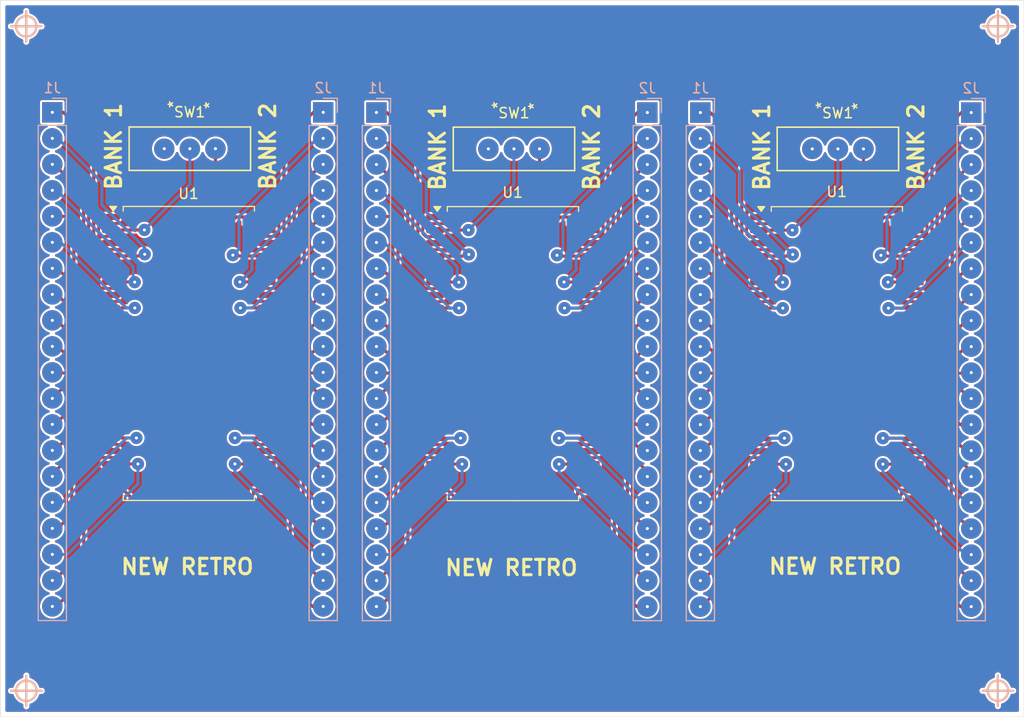
<source format=kicad_pcb>
(kicad_pcb (version 20241229) (generator "pcbnew") (generator_version "9.0")
  (layers (0 "F.Cu" signal) (2 "B.Cu" signal) (13 "F.Paste" user) (15 "B.Paste" user) (5 "F.SilkS" user "F.Silkscreen") (7 "B.SilkS" user "B.Silkscreen") (1 "F.Mask" user) (3 "B.Mask" user) (25 "Edge.Cuts" user))
  (net 0 "")
  (net 1 "DBUS1")
  (net 2 "ABUS0")
  (net 3 "DBUS0")
  (net 4 "ABUS3")
  (net 5 "DBUS11")
  (net 6 "GND")
  (net 7 "DBUS8")
  (net 8 "ABUS2")
  (net 9 "ABUS7")
  (net 10 "DBUS2")
  (net 11 "DBUS3")
  (net 12 "DBUS10")
  (net 13 "ABUS17")
  (net 14 "ABUS4")
  (net 15 "DBUS9")
  (net 16 "ABUS6")
  (net 17 "OCCMOE")
  (net 18 "ROMCE")
  (net 19 "ABUS1")
  (net 20 "ABUS5")
  (net 21 "DBUS13")
  (net 22 "ABUS12")
  (net 23 "+5V")
  (net 24 "DBUS5")
  (net 25 "DBUS15")
  (net 26 "ABUS10")
  (net 27 "DBUS7")
  (net 28 "DBUS6")
  (net 29 "ABUS15")
  (net 30 "ABUS13")
  (net 31 "ABUS16")
  (net 32 "ABUS9")
  (net 33 "DBUS12")
  (net 34 "ABUS14")
  (net 35 "ABUS11")
  (net 36 "BYTE")
  (net 37 "ABUS8")
  (net 38 "DBUS4")
  (net 40 "Net-(U1-A18)")
  (net 41 "DBUS14")
  (footprint "Package_SO:SOP-44_12.6x28.5mm_P1.27mm" (layer "F.Cu") (at 115.72 95.2)
    (property "Reference" "U1")
    (property "Value" "MX29F800T/B" (hide yes))
  )
  (footprint "Package_SO:SOP-44_12.6x28.5mm_P1.27mm" (layer "F.Cu") (at 147.38 95.215)
    (property "Reference" "U1")
    (property "Value" "MX29F800T/B" (hide yes))
  )
  (footprint "BIOS Adapter Footprints:SW_1218_EWI" (layer "F.Cu") (at 144.98 75.215 90)
    (property "Reference" "SW1")
    (property "Value" "EG1218")
  )
  (footprint "BIOS Adapter Footprints:SW_1218_EWI" (layer "F.Cu") (at 176.62 75.22 90)
    (property "Reference" "SW1")
    (property "Value" "EG1218")
  )
  (footprint "Package_SO:SOP-44_12.6x28.5mm_P1.27mm" (layer "F.Cu") (at 179.02 95.22)
    (property "Reference" "U1")
    (property "Value" "MX29F800T/B" (hide yes))
  )
  (footprint "BIOS Adapter Footprints:SW_1218_EWI" (layer "F.Cu") (at 113.32 75.2 90)
    (property "Reference" "SW1")
    (property "Value" "EG1218")
  )
  (footprint "Connector_PinHeader_2.54mm:PinHeader_1x20_P2.54mm_Vertical" (layer "B.Cu") (at 160.5064 71.6665 180)
    (property "Reference" "J2")
    (property "Value" "Conn_01x20")
  )
  (footprint "Connector_PinHeader_2.54mm:PinHeader_1x20_P2.54mm_Vertical" (layer "B.Cu") (at 128.8464 71.6515 180)
    (property "Reference" "J2")
    (property "Value" "Conn_01x20")
  )
  (footprint "Connector_PinHeader_2.54mm:PinHeader_1x20_P2.54mm_Vertical" (layer "B.Cu") (at 192.1464 71.6715 180)
    (property "Reference" "J2")
    (property "Value" "Conn_01x20")
  )
  (footprint "Connector_PinHeader_2.54mm:PinHeader_1x20_P2.54mm_Vertical" (layer "B.Cu") (at 165.6854 71.6698 180)
    (property "Reference" "J1")
    (property "Value" "Conn_01x20")
  )
  (footprint "Connector_PinHeader_2.54mm:PinHeader_1x20_P2.54mm_Vertical" (layer "B.Cu") (at 134.0454 71.6648 180)
    (property "Reference" "J1")
    (property "Value" "Conn_01x20")
  )
  (footprint "Connector_PinHeader_2.54mm:PinHeader_1x20_P2.54mm_Vertical" (layer "B.Cu") (at 102.3854 71.6498 180)
    (property "Reference" "J1")
    (property "Value" "Conn_01x20")
  )
  (gr_circle (center 99.84 63.25) (end 99.84 62.25) (stroke (width 0.2)) (fill no) (layers "F.Cu" "F.Mask"))
  (gr_line (start 98.35 128.16) (end 101.35 128.16) (stroke (width 0.2)) (layers "F.Cu" "F.Mask"))
  (gr_line (start 193.26 63.25) (end 196.26 63.25) (stroke (width 0.2)) (layers "F.Cu" "F.Mask"))
  (gr_line (start 194.76 61.75) (end 194.76 64.75) (stroke (width 0.2)) (layers "F.Cu" "F.Mask"))
  (gr_line (start 99.85 126.66) (end 99.85 129.66) (stroke (width 0.2)) (layers "F.Cu" "F.Mask"))
  (gr_line (start 98.34 63.25) (end 101.34 63.25) (stroke (width 0.2)) (layers "F.Cu" "F.Mask"))
  (gr_circle (center 194.75 128.15) (end 194.75 127.15) (stroke (width 0.2)) (fill no) (layers "F.Cu" "F.Mask"))
  (gr_line (start 193.25 128.15) (end 196.25 128.15) (stroke (width 0.2)) (layers "F.Cu" "F.Mask"))
  (gr_circle (center 99.85 128.16) (end 99.85 127.16) (stroke (width 0.2)) (fill no) (layers "F.Cu" "F.Mask"))
  (gr_line (start 194.75 126.65) (end 194.75 129.65) (stroke (width 0.2)) (layers "F.Cu" "F.Mask"))
  (gr_line (start 99.84 61.75) (end 99.84 64.75) (stroke (width 0.2)) (layers "F.Cu" "F.Mask"))
  (gr_circle (center 194.76 63.25) (end 194.76 62.25) (stroke (width 0.2)) (fill no) (layers "F.Cu" "F.Mask"))
  (gr_line (start 99.85 126.66) (end 99.85 129.66) (stroke (width 0.2)) (layers "B.Cu" "B.Mask"))
  (gr_line (start 98.35 128.16) (end 101.35 128.16) (stroke (width 0.2)) (layers "B.Cu" "B.Mask"))
  (gr_circle (center 99.84 63.25) (end 99.84 62.25) (stroke (width 0.2)) (fill no) (layers "B.Cu" "B.Mask"))
  (gr_line (start 193.25 128.15) (end 196.25 128.15) (stroke (width 0.2)) (layers "B.Cu" "B.Mask"))
  (gr_line (start 99.84 61.75) (end 99.84 64.75) (stroke (width 0.2)) (layers "B.Cu" "B.Mask"))
  (gr_circle (center 99.85 128.16) (end 99.85 127.16) (stroke (width 0.2)) (fill no) (layers "B.Cu" "B.Mask"))
  (gr_circle (center 194.76 63.25) (end 194.76 62.25) (stroke (width 0.2)) (fill no) (layers "B.Cu" "B.Mask"))
  (gr_line (start 194.76 61.75) (end 194.76 64.75) (stroke (width 0.2)) (layers "B.Cu" "B.Mask"))
  (gr_line (start 194.75 126.65) (end 194.75 129.65) (stroke (width 0.2)) (layers "B.Cu" "B.Mask"))
  (gr_line (start 193.26 63.25) (end 196.26 63.25) (stroke (width 0.2)) (layers "B.Cu" "B.Mask"))
  (gr_line (start 98.34 63.25) (end 101.34 63.25) (stroke (width 0.2)) (layers "B.Cu" "B.Mask"))
  (gr_circle (center 194.75 128.15) (end 194.75 127.15) (stroke (width 0.2)) (fill no) (layers "B.Cu" "B.Mask"))
  (gr_circle (center 194.76 63.25) (end 194.76 62.25) (stroke (width 0.2)) (fill no) (layer "F.SilkS"))
  (gr_line (start 99.85 126.66) (end 99.85 129.66) (stroke (width 0.2)) (layer "F.SilkS"))
  (gr_line (start 193.26 63.25) (end 196.26 63.25) (stroke (width 0.2)) (layer "F.SilkS"))
  (gr_line (start 98.35 128.16) (end 101.35 128.16) (stroke (width 0.2)) (layer "F.SilkS"))
  (gr_line (start 194.76 61.75) (end 194.76 64.75) (stroke (width 0.2)) (layer "F.SilkS"))
  (gr_circle (center 194.75 128.15) (end 194.75 127.15) (stroke (width 0.2)) (fill no) (layer "F.SilkS"))
  (gr_line (start 99.84 61.75) (end 99.84 64.75) (stroke (width 0.2)) (layer "F.SilkS"))
  (gr_circle (center 99.84 63.25) (end 99.84 62.25) (stroke (width 0.2)) (fill no) (layer "F.SilkS"))
  (gr_line (start 193.25 128.15) (end 196.25 128.15) (stroke (width 0.2)) (layer "F.SilkS"))
  (gr_line (start 194.75 126.65) (end 194.75 129.65) (stroke (width 0.2)) (layer "F.SilkS"))
  (gr_circle (center 99.85 128.16) (end 99.85 127.16) (stroke (width 0.2)) (fill no) (layer "F.SilkS"))
  (gr_line (start 98.34 63.25) (end 101.34 63.25) (stroke (width 0.2)) (layer "F.SilkS"))
  (gr_line (start 98.35 128.16) (end 101.35 128.16) (stroke (width 0.2)) (layer "B.SilkS"))
  (gr_line (start 98.34 63.25) (end 101.34 63.25) (stroke (width 0.2)) (layer "B.SilkS"))
  (gr_circle (center 99.84 63.25) (end 99.84 62.25) (stroke (width 0.2)) (fill no) (layer "B.SilkS"))
  (gr_line (start 99.84 61.75) (end 99.84 64.75) (stroke (width 0.2)) (layer "B.SilkS"))
  (gr_line (start 193.26 63.25) (end 196.26 63.25) (stroke (width 0.2)) (layer "B.SilkS"))
  (gr_line (start 193.25 128.15) (end 196.25 128.15) (stroke (width 0.2)) (layer "B.SilkS"))
  (gr_line (start 194.75 126.65) (end 194.75 129.65) (stroke (width 0.2)) (layer "B.SilkS"))
  (gr_line (start 194.76 61.75) (end 194.76 64.75) (stroke (width 0.2)) (layer "B.SilkS"))
  (gr_circle (center 194.75 128.15) (end 194.75 127.15) (stroke (width 0.2)) (fill no) (layer "B.SilkS"))
  (gr_line (start 99.85 126.66) (end 99.85 129.66) (stroke (width 0.2)) (layer "B.SilkS"))
  (gr_circle (center 99.85 128.16) (end 99.85 127.16) (stroke (width 0.2)) (fill no) (layer "B.SilkS"))
  (gr_circle (center 194.76 63.25) (end 194.76 62.25) (stroke (width 0.2)) (fill no) (layer "B.SilkS"))
  (gr_rect (start 97.3 60.7) (end 197.3 130.7) (stroke (width 0.05)) (fill no) (layer "Edge.Cuts"))
  (gr_text "BANK 2" (at 187.63 79.44 90) (layer "F.SilkS") (effects (font (size 1.5 1.5) (thickness 0.3) (bold yes)) (justify left bottom)))
  (gr_text "BANK 1" (at 109.25 79.39 90) (layer "F.SilkS") (effects (font (size 1.5 1.5) (thickness 0.3) (bold yes)) (justify left bottom)))
  (gr_text "BANK 2" (at 155.95 79.44 90) (layer "F.SilkS") (effects (font (size 1.5 1.5) (thickness 0.3) (bold yes)) (justify left bottom)))
  (gr_text "BANK 2" (at 124.31 79.38 90) (layer "F.SilkS") (effects (font (size 1.5 1.5) (thickness 0.3) (bold yes)) (justify left bottom)))
  (gr_text "NEW RETRO" (at 140.6 117.01 0) (layer "F.SilkS") (effects (font (size 1.5 1.5) (thickness 0.3) (bold yes)) (justify left bottom)))
  (gr_text "BANK 1" (at 172.57 79.45 90) (layer "F.SilkS") (effects (font (size 1.5 1.5) (thickness 0.3) (bold yes)) (justify left bottom)))
  (gr_text "NEW RETRO" (at 108.95 116.91 0) (layer "F.SilkS") (effects (font (size 1.5 1.5) (thickness 0.3) (bold yes)) (justify left bottom)))
  (gr_text "BANK 1" (at 140.89 79.45 90) (layer "F.SilkS") (effects (font (size 1.5 1.5) (thickness 0.3) (bold yes)) (justify left bottom)))
  (gr_text "NEW RETRO" (at 172.23 116.88 0) (layer "F.SilkS") (effects (font (size 1.5 1.5) (thickness 0.3) (bold yes)) (justify left bottom)))
  (segment (start 107.195 102.185) (end 102.4504 106.9296) (width 0.3) (layer "F.Cu") (net 1))
  (segment (start 102.4504 106.9296) (end 102.3854 106.9296) (width 0.3) (layer "F.Cu") (net 1))
  (segment (start 168.13 104.45) (end 168.13 105.28) (width 0.3) (layer "F.Cu") (net 1))
  (segment (start 138.79 102.2) (end 134.0454 106.9446) (width 0.3) (layer "F.Cu") (net 1))
  (segment (start 168.13 105.28) (end 166.1802 107.2298) (width 0.3) (layer "F.Cu") (net 1))
  (segment (start 166.1802 107.2298) (end 165.6854 107.2298) (width 0.3) (layer "F.Cu") (net 1))
  (segment (start 139.78 102.2) (end 138.79 102.2) (width 0.3) (layer "F.Cu") (net 1))
  (segment (start 171.42 102.205) (end 170.375 102.205) (width 0.3) (layer "F.Cu") (net 1))
  (segment (start 108.12 102.185) (end 107.195 102.185) (width 0.3) (layer "F.Cu") (net 1))
  (segment (start 170.375 102.205) (end 168.13 104.45) (width 0.3) (layer "F.Cu") (net 1))
  (segment (start 105.41 94.565) (end 102.8148 91.9698) (width 0.3) (layer "F.Cu") (net 2))
  (segment (start 137.07 94.58) (end 134.4748 91.9848) (width 0.3) (layer "F.Cu") (net 2))
  (segment (start 171.42 94.585) (end 168.71 94.585) (width 0.3) (layer "F.Cu") (net 2))
  (segment (start 108.12 94.565) (end 105.41 94.565) (width 0.3) (layer "F.Cu") (net 2))
  (segment (start 168.71 94.585) (end 166.1148 91.9898) (width 0.3) (layer "F.Cu") (net 2))
  (segment (start 139.78 94.58) (end 137.07 94.58) (width 0.3) (layer "F.Cu") (net 2))
  (segment (start 105.145 99.645) (end 102.6602 102.1298) (width 0.3) (layer "F.Cu") (net 3))
  (segment (start 139.78 99.66) (end 136.9 99.66) (width 0.3) (layer "F.Cu") (net 3))
  (segment (start 108.12 99.645) (end 105.145 99.645) (width 0.3) (layer "F.Cu") (net 3))
  (segment (start 136.9 99.66) (end 134.4152 102.1448) (width 0.3) (layer "F.Cu") (net 3))
  (segment (start 171.42 99.665) (end 168.355 99.665) (width 0.3) (layer "F.Cu") (net 3))
  (segment (start 168.355 99.665) (end 165.8702 102.1498) (width 0.3) (layer "F.Cu") (net 3))
  (segment (start 134.4152 102.1448) (end 134.0454 102.1448) (width 0.3) (layer "F.Cu") (net 3))
  (segment (start 165.8702 102.1498) (end 165.6854 102.1498) (width 0.3) (layer "F.Cu") (net 3))
  (segment (start 102.6602 102.1298) (end 102.3854 102.1298) (width 0.3) (layer "F.Cu") (net 3))
  (segment (start 108.12 90.755) (end 110.44 90.755) (width 0.3) (layer "F.Cu") (net 4))
  (segment (start 171.42 90.775) (end 173.74 90.775) (width 0.3) (layer "F.Cu") (net 4))
  (segment (start 139.78 90.77) (end 142.1 90.77) (width 0.3) (layer "F.Cu") (net 4))
  (via (at 173.74 90.775) (size 1.2) (drill 0.3) (layers "F.Cu" "B.Cu") (net 4))
  (via (at 142.1 90.77) (size 1.2) (drill 0.3) (layers "F.Cu" "B.Cu") (net 4))
  (via (at 110.44 90.755) (size 1.2) (drill 0.3) (layers "F.Cu" "B.Cu") (net 4))
  (segment (start 166.4598 84.3698) (end 166.1848 84.3698) (width 0.3) (layer "B.Cu") (net 4))
  (segment (start 109.615 90.755) (end 103.2098 84.3498) (width 0.3) (layer "B.Cu") (net 4))
  (segment (start 172.865 90.775) (end 166.4598 84.3698) (width 0.3) (layer "B.Cu") (net 4))
  (segment (start 142.1 90.77) (end 141.22 90.77) (width 0.3) (layer "B.Cu") (net 4))
  (segment (start 103.2098 84.3498) (end 102.8848 84.3498) (width 0.3) (layer "B.Cu") (net 4))
  (segment (start 110.44 90.755) (end 109.615 90.755) (width 0.3) (layer "B.Cu") (net 4))
  (segment (start 173.74 90.775) (end 172.865 90.775) (width 0.3) (layer "B.Cu") (net 4))
  (segment (start 141.22 90.77) (end 134.8148 84.3648) (width 0.3) (layer "B.Cu") (net 4))
  (segment (start 134.8148 84.3648) (end 134.5448 84.3648) (width 0.3) (layer "B.Cu") (net 4))
  (segment (start 173.29 109.205) (end 173.29 112.44) (width 0.3) (layer "F.Cu") (net 5))
  (segment (start 139.78 108.55) (end 141 108.55) (width 0.3) (layer "F.Cu") (net 5))
  (segment (start 108.12 108.535) (end 109.34 108.535) (width 0.3) (layer "F.Cu") (net 5))
  (segment (start 141 108.55) (end 141.65 109.2) (width 0.3) (layer "F.Cu") (net 5))
  (segment (start 141.65 109.2) (end 141.65 112.65) (width 0.3) (layer "F.Cu") (net 5))
  (segment (start 109.99 112.69) (end 102.7702 119.9098) (width 0.3) (layer "F.Cu") (net 5))
  (segment (start 109.34 108.535) (end 109.99 109.185) (width 0.3) (layer "F.Cu") (net 5))
  (segment (start 165.8002 119.9298) (end 165.6854 119.9298) (width 0.3) (layer "F.Cu") (net 5))
  (segment (start 173.29 112.44) (end 165.8002 119.9298) (width 0.3) (layer "F.Cu") (net 5))
  (segment (start 171.42 108.555) (end 172.64 108.555) (width 0.3) (layer "F.Cu") (net 5))
  (segment (start 172.64 108.555) (end 173.29 109.205) (width 0.3) (layer "F.Cu") (net 5))
  (segment (start 109.99 109.185) (end 109.99 112.69) (width 0.3) (layer "F.Cu") (net 5))
  (segment (start 134.3752 119.9248) (end 134.0454 119.9248) (width 0.3) (layer "F.Cu") (net 5))
  (segment (start 102.7702 119.9098) (end 102.3854 119.9098) (width 0.3) (layer "F.Cu") (net 5))
  (segment (start 141.65 112.65) (end 134.3752 119.9248) (width 0.3) (layer "F.Cu") (net 5))
  (segment (start 154.98 97.12) (end 160.4529 97.12) (width 0.3) (layer "F.Cu") (net 6))
  (segment (start 171.42 97.125) (end 165.7406 97.125) (width 0.3) (layer "F.Cu") (net 6))
  (segment (start 123.32 97.105) (end 128.7929 97.105) (width 0.3) (layer "F.Cu") (net 6))
  (segment (start 139.78 97.12) (end 134.1006 97.12) (width 0.3) (layer "F.Cu") (net 6))
  (segment (start 108.12 97.105) (end 102.4406 97.105) (width 0.3) (layer "F.Cu") (net 6))
  (segment (start 186.62 97.125) (end 192.0929 97.125) (width 0.3) (layer "F.Cu") (net 6))
  (segment (start 134.2452 104.6848) (end 134.0454 104.6848) (width 0.3) (layer "F.Cu") (net 7))
  (segment (start 171.42 100.935) (end 169.685 100.935) (width 0.3) (layer "F.Cu") (net 7))
  (segment (start 139.78 100.93) (end 138 100.93) (width 0.3) (layer "F.Cu") (net 7))
  (segment (start 138 100.93) (end 134.2452 104.6848) (width 0.3) (layer "F.Cu") (net 7))
  (segment (start 108.12 100.915) (end 106.385 100.915) (width 0.3) (layer "F.Cu") (net 7))
  (segment (start 102.6302 104.6698) (end 102.3854 104.6698) (width 0.3) (layer "F.Cu") (net 7))
  (segment (start 169.685 100.935) (end 165.9302 104.6898) (width 0.3) (layer "F.Cu") (net 7))
  (segment (start 165.9302 104.6898) (end 165.6854 104.6898) (width 0.3) (layer "F.Cu") (net 7))
  (segment (start 106.385 100.915) (end 102.6302 104.6698) (width 0.3) (layer "F.Cu") (net 7))
  (segment (start 136.39 88.76) (end 136.39 89.67) (width 0.3) (layer "F.Cu") (net 8))
  (segment (start 104.73 89.655) (end 107.1 92.025) (width 0.3) (layer "F.Cu") (net 8))
  (segment (start 166.1748 86.9098) (end 168.03 88.765) (width 0.3) (layer "F.Cu") (net 8))
  (segment (start 134.5348 86.9048) (end 136.39 88.76) (width 0.3) (layer "F.Cu") (net 8))
  (segment (start 107.1 92.025) (end 108.12 92.025) (width 0.3) (layer "F.Cu") (net 8))
  (segment (start 104.73 88.745) (end 104.73 89.655) (width 0.3) (layer "F.Cu") (net 8))
  (segment (start 138.76 92.04) (end 139.78 92.04) (width 0.3) (layer "F.Cu") (net 8))
  (segment (start 170.4 92.045) (end 171.42 92.045) (width 0.3) (layer "F.Cu") (net 8))
  (segment (start 102.8748 86.8898) (end 104.73 88.745) (width 0.3) (layer "F.Cu") (net 8))
  (segment (start 168.03 88.765) (end 168.03 89.675) (width 0.3) (layer "F.Cu") (net 8))
  (segment (start 168.03 89.675) (end 170.4 92.045) (width 0.3) (layer "F.Cu") (net 8))
  (segment (start 136.39 89.67) (end 138.76 92.04) (width 0.3) (layer "F.Cu") (net 8))
  (segment (start 142.91 85.69) (end 143.07 85.53) (width 0.3) (layer "F.Cu") (net 9))
  (segment (start 171.42 85.695) (end 174.55 85.695) (width 0.3) (layer "F.Cu") (net 9))
  (segment (start 111.25 85.675) (end 111.41 85.515) (width 0.3) (layer "F.Cu") (net 9))
  (segment (start 108.12 85.675) (end 111.25 85.675) (width 0.3) (layer "F.Cu") (net 9))
  (segment (start 139.78 85.69) (end 142.91 85.69) (width 0.3) (layer "F.Cu") (net 9))
  (segment (start 174.55 85.695) (end 174.71 85.535) (width 0.3) (layer "F.Cu") (net 9))
  (via (at 111.41 85.515) (size 1.2) (drill 0.3) (layers "F.Cu" "B.Cu") (net 9))
  (via (at 143.07 85.53) (size 1.2) (drill 0.3) (layers "F.Cu" "B.Cu") (net 9))
  (via (at 174.71 85.535) (size 1.2) (drill 0.3) (layers "F.Cu" "B.Cu") (net 9))
  (segment (start 107.22 80.69) (end 107.22 78.475) (width 0.3) (layer "B.Cu") (net 9))
  (segment (start 174.71 85.535) (end 169.53 80.355) (width 0.3) (layer "B.Cu") (net 9))
  (segment (start 111.41 85.515) (end 111.41 84.88) (width 0.3) (layer "B.Cu") (net 9))
  (segment (start 107.22 78.475) (end 102.9348 74.1898) (width 0.3) (layer "B.Cu") (net 9))
  (segment (start 138.92 78.53) (end 134.5948 74.2048) (width 0.3) (layer "B.Cu") (net 9))
  (segment (start 169.53 77.505) (end 166.2348 74.2098) (width 0.3) (layer "B.Cu") (net 9))
  (segment (start 138.92 81.38) (end 138.92 78.53) (width 0.3) (layer "B.Cu") (net 9))
  (segment (start 169.53 80.355) (end 169.53 77.505) (width 0.3) (layer "B.Cu") (net 9))
  (segment (start 143.07 85.53) (end 138.92 81.38) (width 0.3) (layer "B.Cu") (net 9))
  (segment (start 111.41 84.88) (end 107.22 80.69) (width 0.3) (layer "B.Cu") (net 9))
  (segment (start 170.36 104.745) (end 167.58 107.525) (width 0.3) (layer "F.Cu") (net 10))
  (segment (start 139.78 104.74) (end 138.72 104.74) (width 0.3) (layer "F.Cu") (net 10))
  (segment (start 167.58 110.935) (end 166.2052 112.3098) (width 0.3) (layer "F.Cu") (net 10))
  (segment (start 167.58 107.525) (end 167.58 110.935) (width 0.3) (layer "F.Cu") (net 10))
  (segment (start 107.06 104.725) (end 104.28 107.505) (width 0.3) (layer "F.Cu") (net 10))
  (segment (start 104.28 110.915) (end 102.9052 112.2898) (width 0.3) (layer "F.Cu") (net 10))
  (segment (start 104.28 107.505) (end 104.28 110.915) (width 0.3) (layer "F.Cu") (net 10))
  (segment (start 135.94 107.52) (end 135.94 110.93) (width 0.3) (layer "F.Cu") (net 10))
  (segment (start 171.42 104.745) (end 170.36 104.745) (width 0.3) (layer "F.Cu") (net 10))
  (segment (start 138.72 104.74) (end 135.94 107.52) (width 0.3) (layer "F.Cu") (net 10))
  (segment (start 135.94 110.93) (end 134.5652 112.3048) (width 0.3) (layer "F.Cu") (net 10))
  (segment (start 108.12 104.725) (end 107.06 104.725) (width 0.3) (layer "F.Cu") (net 10))
  (segment (start 134.1752 117.3848) (end 134.0454 117.3848) (width 0.3) (layer "F.Cu") (net 11))
  (segment (start 139.78 107.28) (end 138.63 107.28) (width 0.3) (layer "F.Cu") (net 11))
  (segment (start 105.46 108.775) (end 105.46 114.47) (width 0.3) (layer "F.Cu") (net 11))
  (segment (start 108.12 107.265) (end 106.97 107.265) (width 0.3) (layer "F.Cu") (net 11))
  (segment (start 137.12 108.79) (end 137.12 114.44) (width 0.3) (layer "F.Cu") (net 11))
  (segment (start 106.97 107.265) (end 105.46 108.775) (width 0.3) (layer "F.Cu") (net 11))
  (segment (start 171.42 107.285) (end 170.27 107.285) (width 0.3) (layer "F.Cu") (net 11))
  (segment (start 170.27 107.285) (end 168.76 108.795) (width 0.3) (layer "F.Cu") (net 11))
  (segment (start 165.8902 117.3898) (end 165.6854 117.3898) (width 0.3) (layer "F.Cu") (net 11))
  (segment (start 137.12 114.44) (end 134.1752 117.3848) (width 0.3) (layer "F.Cu") (net 11))
  (segment (start 168.76 108.795) (end 168.76 114.52) (width 0.3) (layer "F.Cu") (net 11))
  (segment (start 105.46 114.47) (end 102.5602 117.3698) (width 0.3) (layer "F.Cu") (net 11))
  (segment (start 138.63 107.28) (end 137.12 108.79) (width 0.3) (layer "F.Cu") (net 11))
  (segment (start 168.76 114.52) (end 165.8902 117.3898) (width 0.3) (layer "F.Cu") (net 11))
  (segment (start 139.78 106.01) (end 142.41 106.01) (width 0.3) (layer "F.Cu") (net 12))
  (segment (start 108.12 105.995) (end 110.75 105.995) (width 0.3) (layer "F.Cu") (net 12))
  (segment (start 171.42 106.015) (end 174.05 106.015) (width 0.3) (layer "F.Cu") (net 12))
  (via (at 174.05 106.015) (size 1.2) (drill 0.3) (layers "F.Cu" "B.Cu") (net 12))
  (via (at 142.41 106.01) (size 1.2) (drill 0.3) (layers "F.Cu" "B.Cu") (net 12))
  (via (at 110.75 105.995) (size 1.2) (drill 0.3) (layers "F.Cu" "B.Cu") (net 12))
  (segment (start 174.05 106.015) (end 174.05 107.8) (width 0.3) (layer "B.Cu") (net 12))
  (segment (start 142.41 106.01) (end 142.41 107.77) (width 0.3) (layer "B.Cu") (net 12))
  (segment (start 110.75 105.995) (end 110.75 107.94) (width 0.3) (layer "B.Cu") (net 12))
  (segment (start 142.41 107.77) (end 135.3352 114.8448) (width 0.3) (layer "B.Cu") (net 12))
  (segment (start 135.3352 114.8448) (end 134.3652 114.8448) (width 0.3) (layer "B.Cu") (net 12))
  (segment (start 110.75 107.94) (end 103.8602 114.8298) (width 0.3) (layer "B.Cu") (net 12))
  (segment (start 167.0002 114.8498) (end 166.0052 114.8498) (width 0.3) (layer "B.Cu") (net 12))
  (segment (start 103.8602 114.8298) (end 102.7052 114.8298) (width 0.3) (layer "B.Cu") (net 12))
  (segment (start 174.05 107.8) (end 167.0002 114.8498) (width 0.3) (layer "B.Cu") (net 12))
  (segment (start 106.955 84.405) (end 106.43 83.88) (width 0.3) (layer "F.Cu") (net 13))
  (segment (start 169.73 74.75) (end 166.6498 71.6698) (width 0.3) (layer "F.Cu") (net 13))
  (segment (start 103.4498 71.6498) (end 102.3854 71.6498) (width 0.3) (layer "F.Cu") (net 13))
  (segment (start 138.09 83.7) (end 138.09 74.704286) (width 0.3) (layer "F.Cu") (net 13))
  (segment (start 171.42 84.425) (end 170.405 84.425) (width 0.3) (layer "F.Cu") (net 13))
  (segment (start 106.43 83.88) (end 106.43 74.63) (width 0.3) (layer "F.Cu") (net 13))
  (segment (start 138.81 84.42) (end 138.09 83.7) (width 0.3) (layer "F.Cu") (net 13))
  (segment (start 138.09 74.704286) (end 135.050514 71.6648) (width 0.3) (layer "F.Cu") (net 13))
  (segment (start 108.12 84.405) (end 106.955 84.405) (width 0.3) (layer "F.Cu") (net 13))
  (segment (start 135.050514 71.6648) (end 134.0454 71.6648) (width 0.3) (layer "F.Cu") (net 13))
  (segment (start 166.6498 71.6698) (end 165.6854 71.6698) (width 0.3) (layer "F.Cu") (net 13))
  (segment (start 170.405 84.425) (end 169.73 83.75) (width 0.3) (layer "F.Cu") (net 13))
  (segment (start 106.43 74.63) (end 103.4498 71.6498) (width 0.3) (layer "F.Cu") (net 13))
  (segment (start 169.73 83.75) (end 169.73 74.75) (width 0.3) (layer "F.Cu") (net 13))
  (segment (start 139.78 84.42) (end 138.81 84.42) (width 0.3) (layer "F.Cu") (net 13))
  (segment (start 171.42 89.505) (end 170.44 89.505) (width 0.3) (layer "F.Cu") (net 14))
  (segment (start 136.15 86.85) (end 136.15 82.53) (width 0.3) (layer "F.Cu") (net 14))
  (segment (start 104.49 82.515) (end 103.7848 81.8098) (width 0.3) (layer "F.Cu") (net 14))
  (segment (start 136.15 82.53) (end 135.4448 81.8248) (width 0.3) (layer "F.Cu") (net 14))
  (segment (start 167.79 86.855) (end 167.79 82.535) (width 0.3) (layer "F.Cu") (net 14))
  (segment (start 167.79 82.535) (end 167.0848 81.8298) (width 0.3) (layer "F.Cu") (net 14))
  (segment (start 107.14 89.485) (end 104.49 86.835) (width 0.3) (layer "F.Cu") (net 14))
  (segment (start 167.0848 81.8298) (end 165.6854 81.8298) (width 0.3) (layer "F.Cu") (net 14))
  (segment (start 104.49 86.835) (end 104.49 82.515) (width 0.3) (layer "F.Cu") (net 14))
  (segment (start 138.8 89.5) (end 136.15 86.85) (width 0.3) (layer "F.Cu") (net 14))
  (segment (start 170.44 89.505) (end 167.79 86.855) (width 0.3) (layer "F.Cu") (net 14))
  (segment (start 139.78 89.5) (end 138.8 89.5) (width 0.3) (layer "F.Cu") (net 14))
  (segment (start 103.7848 81.8098) (end 102.3854 81.8098) (width 0.3) (layer "F.Cu") (net 14))
  (segment (start 135.4448 81.8248) (end 134.0454 81.8248) (width 0.3) (layer "F.Cu") (net 14))
  (segment (start 108.12 89.485) (end 107.14 89.485) (width 0.3) (layer "F.Cu") (net 14))
  (segment (start 171.42 103.475) (end 173.9 103.475) (width 0.3) (layer "F.Cu") (net 15))
  (segment (start 139.78 103.47) (end 142.26 103.47) (width 0.3) (layer "F.Cu") (net 15))
  (segment (start 108.12 103.455) (end 110.6 103.455) (width 0.3) (layer "F.Cu") (net 15))
  (via (at 110.6 103.455) (size 1.2) (drill 0.3) (layers "F.Cu" "B.Cu") (net 15))
  (via (at 142.26 103.47) (size 1.2) (drill 0.3) (layers "F.Cu" "B.Cu") (net 15))
  (via (at 173.9 103.475) (size 1.2) (drill 0.3) (layers "F.Cu" "B.Cu") (net 15))
  (segment (start 109.645 103.455) (end 103.3502 109.7498) (width 0.3) (layer "B.Cu") (net 15))
  (segment (start 142.26 103.47) (end 141.01 103.47) (width 0.3) (layer "B.Cu") (net 15))
  (segment (start 172.65 103.475) (end 166.3552 109.7698) (width 0.3) (layer "B.Cu") (net 15))
  (segment (start 110.6 103.455) (end 109.645 103.455) (width 0.3) (layer "B.Cu") (net 15))
  (segment (start 141.01 103.47) (end 134.7152 109.7648) (width 0.3) (layer "B.Cu") (net 15))
  (segment (start 103.3502 109.7498) (end 103.0552 109.7498) (width 0.3) (layer "B.Cu") (net 15))
  (segment (start 173.9 103.475) (end 172.65 103.475) (width 0.3) (layer "B.Cu") (net 15))
  (segment (start 171.42 86.965) (end 170.3 86.965) (width 0.3) (layer "F.Cu") (net 16))
  (segment (start 168.74 85.405) (end 168.74 79.566869) (width 0.3) (layer "F.Cu") (net 16))
  (segment (start 138.66 86.96) (end 137.1 85.4) (width 0.3) (layer "F.Cu") (net 16))
  (segment (start 105.44 79.61) (end 102.5598 76.7298) (width 0.3) (layer "F.Cu") (net 16))
  (segment (start 108.12 86.945) (end 107 86.945) (width 0.3) (layer "F.Cu") (net 16))
  (segment (start 137.1 85.4) (end 137.1 79.69) (width 0.3) (layer "F.Cu") (net 16))
  (segment (start 137.1 79.69) (end 134.1548 76.7448) (width 0.3) (layer "F.Cu") (net 16))
  (segment (start 107 86.945) (end 105.44 85.385) (width 0.3) (layer "F.Cu") (net 16))
  (segment (start 105.44 85.385) (end 105.44 79.61) (width 0.3) (layer "F.Cu") (net 16))
  (segment (start 139.78 86.96) (end 138.66 86.96) (width 0.3) (layer "F.Cu") (net 16))
  (segment (start 170.3 86.965) (end 168.74 85.405) (width 0.3) (layer "F.Cu") (net 16))
  (segment (start 168.74 79.566869) (end 165.922931 76.7498) (width 0.3) (layer "F.Cu") (net 16))
  (segment (start 166.9002 98.395) (end 165.6854 99.6098) (width 0.3) (layer "F.Cu") (net 17))
  (segment (start 139.78 98.39) (end 135.2602 98.39) (width 0.3) (layer "F.Cu") (net 17))
  (segment (start 103.6002 98.375) (end 102.3854 99.5898) (width 0.3) (layer "F.Cu") (net 17))
  (segment (start 135.2602 98.39) (end 134.0454 99.6048) (width 0.3) (layer "F.Cu") (net 17))
  (segment (start 108.12 98.375) (end 103.6002 98.375) (width 0.3) (layer "F.Cu") (net 17))
  (segment (start 171.42 98.395) (end 166.9002 98.395) (width 0.3) (layer "F.Cu") (net 17))
  (segment (start 135.81 95.85) (end 134.4848 94.5248) (width 0.3) (layer "F.Cu") (net 18))
  (segment (start 134.4848 94.5248) (end 134.0454 94.5248) (width 0.3) (layer "F.Cu") (net 18))
  (segment (start 167.745 95.855) (end 166.4198 94.5298) (width 0.3) (layer "F.Cu") (net 18))
  (segment (start 102.9098 94.5098) (end 102.3854 94.5098) (width 0.3) (layer "F.Cu") (net 18))
  (segment (start 104.235 95.835) (end 102.9098 94.5098) (width 0.3) (layer "F.Cu") (net 18))
  (segment (start 171.42 95.855) (end 167.745 95.855) (width 0.3) (layer "F.Cu") (net 18))
  (segment (start 108.12 95.835) (end 104.235 95.835) (width 0.3) (layer "F.Cu") (net 18))
  (segment (start 166.4198 94.5298) (end 165.6854 94.5298) (width 0.3) (layer "F.Cu") (net 18))
  (segment (start 139.78 95.85) (end 135.81 95.85) (width 0.3) (layer "F.Cu") (net 18))
  (segment (start 108.12 93.295) (end 106.69 93.295) (width 0.3) (layer "F.Cu") (net 19))
  (segment (start 169.99 93.315) (end 166.1248 89.4498) (width 0.3) (layer "F.Cu") (net 19))
  (segment (start 106.69 93.295) (end 102.8248 89.4298) (width 0.3) (layer "F.Cu") (net 19))
  (segment (start 138.35 93.31) (end 134.4848 89.4448) (width 0.3) (layer "F.Cu") (net 19))
  (segment (start 139.78 93.31) (end 138.35 93.31) (width 0.3) (layer "F.Cu") (net 19))
  (segment (start 171.42 93.315) (end 169.99 93.315) (width 0.3) (layer "F.Cu") (net 19))
  (segment (start 110.41 88.215) (end 110.43 88.235) (width 0.3) (layer "F.Cu") (net 20))
  (segment (start 171.42 88.235) (end 173.71 88.235) (width 0.3) (layer "F.Cu") (net 20))
  (segment (start 139.78 88.23) (end 142.07 88.23) (width 0.3) (layer "F.Cu") (net 20))
  (segment (start 142.07 88.23) (end 142.09 88.25) (width 0.3) (layer "F.Cu") (net 20))
  (segment (start 173.71 88.235) (end 173.73 88.255) (width 0.3) (layer "F.Cu") (net 20))
  (segment (start 108.12 88.215) (end 110.41 88.215) (width 0.3) (layer "F.Cu") (net 20))
  (via (at 173.73 88.255) (size 1.2) (drill 0.3) (layers "F.Cu" "B.Cu") (net 20))
  (via (at 142.09 88.25) (size 1.2) (drill 0.3) (layers "F.Cu" "B.Cu") (net 20))
  (via (at 110.43 88.235) (size 1.2) (drill 0.3) (layers "F.Cu" "B.Cu") (net 20))
  (segment (start 110.28 88.085) (end 110.28 86.725) (width 0.3) (layer "B.Cu") (net 20))
  (segment (start 142.09 88.25) (end 141.94 88.1) (width 0.3) (layer "B.Cu") (net 20))
  (segment (start 141.94 86.74) (end 134.4848 79.2848) (width 0.3) (layer "B.Cu") (net 20))
  (segment (start 141.94 88.1) (end 141.94 86.74) (width 0.3) (layer "B.Cu") (net 20))
  (segment (start 173.58 88.105) (end 173.58 86.745) (width 0.3) (layer "B.Cu") (net 20))
  (segment (start 173.58 86.745) (end 166.1248 79.2898) (width 0.3) (layer "B.Cu") (net 20))
  (segment (start 110.43 88.235) (end 110.28 88.085) (width 0.3) (layer "B.Cu") (net 20))
  (segment (start 173.73 88.255) (end 173.58 88.105) (width 0.3) (layer "B.Cu") (net 20))
  (segment (start 110.28 86.725) (end 102.8248 79.2698) (width 0.3) (layer "B.Cu") (net 20))
  (segment (start 123.32 103.455) (end 120.22 103.455) (width 0.3) (layer "F.Cu") (net 21))
  (segment (start 154.98 103.47) (end 151.88 103.47) (width 0.3) (layer "F.Cu") (net 21))
  (segment (start 186.62 103.475) (end 183.52 103.475) (width 0.3) (layer "F.Cu") (net 21))
  (via (at 120.22 103.455) (size 1.2) (drill 0.3) (layers "F.Cu" "B.Cu") (net 21))
  (via (at 183.52 103.475) (size 1.2) (drill 0.3) (layers "F.Cu" "B.Cu") (net 21))
  (via (at 151.88 103.47) (size 1.2) (drill 0.3) (layers "F.Cu" "B.Cu") (net 21))
  (segment (start 128.2415 109.7515) (end 128.4065 109.7515) (width 0.3) (layer "B.Cu") (net 21))
  (segment (start 120.22 103.455) (end 121.945 103.455) (width 0.3) (layer "B.Cu") (net 21))
  (segment (start 151.88 103.47) (end 153.77 103.47) (width 0.3) (layer "B.Cu") (net 21))
  (segment (start 121.945 103.455) (end 128.2415 109.7515) (width 0.3) (layer "B.Cu") (net 21))
  (segment (start 185.41 103.475) (end 191.7065 109.7715) (width 0.3) (layer "B.Cu") (net 21))
  (segment (start 153.77 103.47) (end 160.0665 109.7665) (width 0.3) (layer "B.Cu") (net 21))
  (segment (start 183.52 103.475) (end 185.41 103.475) (width 0.3) (layer "B.Cu") (net 21))
  (segment (start 190.29 83.6) (end 192.0585 81.8315) (width 0.3) (layer "F.Cu") (net 22))
  (segment (start 154.98 89.5) (end 156.1 89.5) (width 0.3) (layer "F.Cu") (net 22))
  (segment (start 192.0585 81.8315) (end 192.1464 81.8315) (width 0.3) (layer "F.Cu") (net 22))
  (segment (start 126.99 86.935) (end 126.99 83.5) (width 0.3) (layer "F.Cu") (net 22))
  (segment (start 128.6785 81.8115) (end 128.8464 81.8115) (width 0.3) (layer "F.Cu") (net 22))
  (segment (start 190.29 86.955) (end 190.29 83.6) (width 0.3) (layer "F.Cu") (net 22))
  (segment (start 158.65 83.59) (end 160.4135 81.8265) (width 0.3) (layer "F.Cu") (net 22))
  (segment (start 186.62 89.505) (end 187.74 89.505) (width 0.3) (layer "F.Cu") (net 22))
  (segment (start 158.65 86.95) (end 158.65 83.59) (width 0.3) (layer "F.Cu") (net 22))
  (segment (start 187.74 89.505) (end 190.29 86.955) (width 0.3) (layer "F.Cu") (net 22))
  (segment (start 123.32 89.485) (end 124.44 89.485) (width 0.3) (layer "F.Cu") (net 22))
  (segment (start 160.4135 81.8265) (end 160.5064 81.8265) (width 0.3) (layer "F.Cu") (net 22))
  (segment (start 124.44 89.485) (end 126.99 86.935) (width 0.3) (layer "F.Cu") (net 22))
  (segment (start 156.1 89.5) (end 158.65 86.95) (width 0.3) (layer "F.Cu") (net 22))
  (segment (start 126.99 83.5) (end 128.6785 81.8115) (width 0.3) (layer "F.Cu") (net 22))
  (segment (start 192.1464 119.9315) (end 191.1065 119.9315) (width 0.3) (layer "F.Cu") (net 23))
  (segment (start 181.62 81.135) (end 182.37 81.885) (width 0.3) (layer "F.Cu") (net 23))
  (segment (start 122.03 110.325) (end 118.5 106.795) (width 0.3) (layer "F.Cu") (net 23))
  (segment (start 150.16 106.81) (end 150.16 83.74) (width 0.3) (layer "F.Cu") (net 23))
  (segment (start 184.51 81.885) (end 184.51 82.565) (width 0.3) (layer "F.Cu") (net 23))
  (segment (start 153.69 110.34) (end 150.16 106.81) (width 0.3) (layer "F.Cu") (net 23))
  (segment (start 119.07 81.865) (end 120.36 81.865) (width 0.3) (layer "F.Cu") (net 23))
  (segment (start 149.98 81.13) (end 150.73 81.88) (width 0.3) (layer "F.Cu") (net 23))
  (segment (start 118.32 75.2) (end 118.32 81.115) (width 0.3) (layer "F.Cu") (net 23))
  (segment (start 152.87 81.88) (end 154.98 81.88) (width 0.3) (layer "F.Cu") (net 23))
  (segment (start 150.16 83.74) (end 152.02 81.88) (width 0.3) (layer "F.Cu") (net 23))
  (segment (start 185.33 114.155) (end 185.33 110.345) (width 0.3) (layer "F.Cu") (net 23))
  (segment (start 159.4665 119.9265) (end 153.69 114.15) (width 0.3) (layer "F.Cu") (net 23))
  (segment (start 123.32 108.535) (end 122.03 108.535) (width 0.3) (layer "F.Cu") (net 23))
  (segment (start 185.1 83.155) (end 186.62 83.155) (width 0.3) (layer "F.Cu") (net 23))
  (segment (start 191.1065 119.9315) (end 185.33 114.155) (width 0.3) (layer "F.Cu") (net 23))
  (segment (start 184.51 82.565) (end 185.1 83.155) (width 0.3) (layer "F.Cu") (net 23))
  (segment (start 149.98 75.215) (end 149.98 81.13) (width 0.3) (layer "F.Cu") (net 23))
  (segment (start 121.8 83.135) (end 123.32 83.135) (width 0.3) (layer "F.Cu") (net 23))
  (segment (start 185.33 110.345) (end 185.33 108.555) (width 0.3) (layer "F.Cu") (net 23))
  (segment (start 152.87 81.88) (end 152.87 82.56) (width 0.3) (layer "F.Cu") (net 23))
  (segment (start 121.21 82.545) (end 121.8 83.135) (width 0.3) (layer "F.Cu") (net 23))
  (segment (start 153.69 110.34) (end 153.69 108.55) (width 0.3) (layer "F.Cu") (net 23))
  (segment (start 184.51 81.885) (end 186.62 81.885) (width 0.3) (layer "F.Cu") (net 23))
  (segment (start 153.69 114.15) (end 153.69 110.34) (width 0.3) (layer "F.Cu") (net 23))
  (segment (start 122.03 114.135) (end 122.03 110.325) (width 0.3) (layer "F.Cu") (net 23))
  (segment (start 121.21 81.865) (end 121.21 82.545) (width 0.3) (layer "F.Cu") (net 23))
  (segment (start 154.98 108.55) (end 153.69 108.55) (width 0.3) (layer "F.Cu") (net 23))
  (segment (start 152.02 81.88) (end 152.87 81.88) (width 0.3) (layer "F.Cu") (net 23))
  (segment (start 181.8 106.815) (end 181.8 83.745) (width 0.3) (layer "F.Cu") (net 23))
  (segment (start 181.62 75.22) (end 181.62 81.135) (width 0.3) (layer "F.Cu") (net 23))
  (segment (start 120.36 81.865) (end 121.21 81.865) (width 0.3) (layer "F.Cu") (net 23))
  (segment (start 127.8065 119.9115) (end 122.03 114.135) (width 0.3) (layer "F.Cu") (net 23))
  (segment (start 128.8464 119.9115) (end 127.8065 119.9115) (width 0.3) (layer "F.Cu") (net 23))
  (segment (start 118.5 83.725) (end 120.36 81.865) (width 0.3) (layer "F.Cu") (net 23))
  (segment (start 121.21 81.865) (end 123.32 81.865) (width 0.3) (layer "F.Cu") (net 23))
  (segment (start 182.37 81.885) (end 183.66 81.885) (width 0.3) (layer "F.Cu") (net 23))
  (segment (start 153.46 83.15) (end 154.98 83.15) (width 0.3) (layer "F.Cu") (net 23))
  (segment (start 150.73 81.88) (end 152.02 81.88) (width 0.3) (layer "F.Cu") (net 23))
  (segment (start 118.5 106.795) (end 118.5 83.725) (width 0.3) (layer "F.Cu") (net 23))
  (segment (start 152.87 82.56) (end 153.46 83.15) (width 0.3) (layer "F.Cu") (net 23))
  (segment (start 181.8 83.745) (end 183.66 81.885) (width 0.3) (layer "F.Cu") (net 23))
  (segment (start 118.32 81.115) (end 119.07 81.865) (width 0.3) (layer "F.Cu") (net 23))
  (segment (start 122.03 110.325) (end 122.03 108.535) (width 0.3) (layer "F.Cu") (net 23))
  (segment (start 183.66 81.885) (end 184.51 81.885) (width 0.3) (layer "F.Cu") (net 23))
  (segment (start 185.33 110.345) (end 181.8 106.815) (width 0.3) (layer "F.Cu") (net 23))
  (segment (start 186.62 108.555) (end 185.33 108.555) (width 0.3) (layer "F.Cu") (net 23))
  (segment (start 160.5064 119.9265) (end 159.4665 119.9265) (width 0.3) (layer "F.Cu") (net 23))
  (segment (start 154.98 104.74) (end 156.13 104.74) (width 0.3) (layer "F.Cu") (net 24))
  (segment (start 126.9 110.5) (end 128.6915 112.2915) (width 0.3) (layer "F.Cu") (net 24))
  (segment (start 123.32 104.725) (end 124.47 104.725) (width 0.3) (layer "F.Cu") (net 24))
  (segment (start 156.13 104.74) (end 158.56 107.17) (width 0.3) (layer "F.Cu") (net 24))
  (segment (start 190.2 107.175) (end 190.2 110.5) (width 0.3) (layer "F.Cu") (net 24))
  (segment (start 158.56 110.42) (end 160.4465 112.3065) (width 0.3) (layer "F.Cu") (net 24))
  (segment (start 187.77 104.745) (end 190.2 107.175) (width 0.3) (layer "F.Cu") (net 24))
  (segment (start 158.56 107.17) (end 158.56 110.42) (width 0.3) (layer "F.Cu") (net 24))
  (segment (start 124.47 104.725) (end 126.9 107.155) (width 0.3) (layer "F.Cu") (net 24))
  (segment (start 186.62 104.745) (end 187.77 104.745) (width 0.3) (layer "F.Cu") (net 24))
  (segment (start 190.2 110.5) (end 192.0115 112.3115) (width 0.3) (layer "F.Cu") (net 24))
  (segment (start 128.6915 112.2915) (end 128.8464 112.2915) (width 0.3) (layer "F.Cu") (net 24))
  (segment (start 192.0115 112.3115) (end 192.1464 112.3115) (width 0.3) (layer "F.Cu") (net 24))
  (segment (start 160.4465 112.3065) (end 160.5064 112.3065) (width 0.3) (layer "F.Cu") (net 24))
  (segment (start 126.9 107.155) (end 126.9 110.5) (width 0.3) (layer "F.Cu") (net 24))
  (segment (start 160.4465 99.6065) (end 160.5064 99.6065) (width 0.3) (layer "F.Cu") (net 25))
  (segment (start 154.98 98.39) (end 159.23 98.39) (width 0.3) (layer "F.Cu") (net 25))
  (segment (start 127.6299 98.375) (end 128.8464 99.5915) (width 0.3) (layer "F.Cu") (net 25))
  (segment (start 186.62 98.395) (end 190.795 98.395) (width 0.3) (layer "F.Cu") (net 25))
  (segment (start 123.32 98.375) (end 127.6299 98.375) (width 0.3) (layer "F.Cu") (net 25))
  (segment (start 192.0115 99.6115) (end 192.1464 99.6115) (width 0.3) (layer "F.Cu") (net 25))
  (segment (start 159.23 98.39) (end 160.4465 99.6065) (width 0.3) (layer "F.Cu") (net 25))
  (segment (start 190.795 98.395) (end 192.0115 99.6115) (width 0.3) (layer "F.Cu") (net 25))
  (segment (start 128.7285 76.7315) (end 128.8464 76.7315) (width 0.3) (layer "F.Cu") (net 26))
  (segment (start 155.92 86.96) (end 157.68 85.2) (width 0.3) (layer "F.Cu") (net 26))
  (segment (start 154.98 86.96) (end 155.92 86.96) (width 0.3) (layer "F.Cu") (net 26))
  (segment (start 189.32 85.19) (end 189.32 79.51) (width 0.3) (layer "F.Cu") (net 26))
  (segment (start 192.0785 76.7515) (end 192.1464 76.7515) (width 0.3) (layer "F.Cu") (net 26))
  (segment (start 126.02 85.31) (end 126.02 79.44) (width 0.3) (layer "F.Cu") (net 26))
  (segment (start 123.32 86.945) (end 124.385 86.945) (width 0.3) (layer "F.Cu") (net 26))
  (segment (start 157.68 85.2) (end 157.68 79.47145) (width 0.3) (layer "F.Cu") (net 26))
  (segment (start 189.32 79.51) (end 192.0785 76.7515) (width 0.3) (layer "F.Cu") (net 26))
  (segment (start 126.02 79.44) (end 128.7285 76.7315) (width 0.3) (layer "F.Cu") (net 26))
  (segment (start 187.545 86.965) (end 189.32 85.19) (width 0.3) (layer "F.Cu") (net 26))
  (segment (start 124.385 86.945) (end 126.02 85.31) (width 0.3) (layer "F.Cu") (net 26))
  (segment (start 160.40495 76.7465) (end 160.5064 76.7465) (width 0.3) (layer "F.Cu") (net 26))
  (segment (start 186.62 86.965) (end 187.545 86.965) (width 0.3) (layer "F.Cu") (net 26))
  (segment (start 157.68 79.47145) (end 160.40495 76.7465) (width 0.3) (layer "F.Cu") (net 26))
  (segment (start 123.32 99.645) (end 125.28 99.645) (width 0.3) (layer "F.Cu") (net 27))
  (segment (start 159.4265 102.1465) (end 160.5064 102.1465) (width 0.3) (layer "F.Cu") (net 27))
  (segment (start 188.58 99.665) (end 191.0665 102.1515) (width 0.3) (layer "F.Cu") (net 27))
  (segment (start 125.28 99.645) (end 127.7665 102.1315) (width 0.3) (layer "F.Cu") (net 27))
  (segment (start 191.0665 102.1515) (end 192.1464 102.1515) (width 0.3) (layer "F.Cu") (net 27))
  (segment (start 154.98 99.66) (end 156.94 99.66) (width 0.3) (layer "F.Cu") (net 27))
  (segment (start 127.7665 102.1315) (end 128.8464 102.1315) (width 0.3) (layer "F.Cu") (net 27))
  (segment (start 156.94 99.66) (end 159.4265 102.1465) (width 0.3) (layer "F.Cu") (net 27))
  (segment (start 186.62 99.665) (end 188.58 99.665) (width 0.3) (layer "F.Cu") (net 27))
  (segment (start 155.96 102.2) (end 160.5064 106.7464) (width 0.3) (layer "F.Cu") (net 28))
  (segment (start 123.32 102.185) (end 124.3 102.185) (width 0.3) (layer "F.Cu") (net 28))
  (segment (start 154.98 102.2) (end 155.96 102.2) (width 0.3) (layer "F.Cu") (net 28))
  (segment (start 186.62 102.205) (end 187.6 102.205) (width 0.3) (layer "F.Cu") (net 28))
  (segment (start 124.3 102.185) (end 128.8464 106.7314) (width 0.3) (layer "F.Cu") (net 28))
  (segment (start 187.6 102.205) (end 192.1464 106.7514) (width 0.3) (layer "F.Cu") (net 28))
  (segment (start 188.225 93.315) (end 192.0885 89.4515) (width 0.3) (layer "F.Cu") (net 29))
  (segment (start 186.62 93.315) (end 188.225 93.315) (width 0.3) (layer "F.Cu") (net 29))
  (segment (start 124.855 93.295) (end 128.7185 89.4315) (width 0.3) (layer "F.Cu") (net 29))
  (segment (start 154.98 93.31) (end 156.61 93.31) (width 0.3) (layer "F.Cu") (net 29))
  (segment (start 123.32 93.295) (end 124.855 93.295) (width 0.3) (layer "F.Cu") (net 29))
  (segment (start 160.4735 89.4465) (end 160.5064 89.4465) (width 0.3) (layer "F.Cu") (net 29))
  (segment (start 156.61 93.31) (end 160.4735 89.4465) (width 0.3) (layer "F.Cu") (net 29))
  (segment (start 192.0885 89.4515) (end 192.1464 89.4515) (width 0.3) (layer "F.Cu") (net 29))
  (segment (start 128.7185 89.4315) (end 128.8464 89.4315) (width 0.3) (layer "F.Cu") (net 29))
  (segment (start 186.62 90.775) (end 184.06 90.775) (width 0.3) (layer "F.Cu") (net 30))
  (segment (start 154.98 90.77) (end 152.42 90.77) (width 0.3) (layer "F.Cu") (net 30))
  (segment (start 123.32 90.755) (end 120.76 90.755) (width 0.3) (layer "F.Cu") (net 30))
  (via (at 152.42 90.77) (size 1.2) (drill 0.3) (layers "F.Cu" "B.Cu") (net 30))
  (via (at 184.06 90.775) (size 1.2) (drill 0.3) (layers "F.Cu" "B.Cu") (net 30))
  (via (at 120.76 90.755) (size 1.2) (drill 0.3) (layers "F.Cu" "B.Cu") (net 30))
  (segment (start 120.76 90.755) (end 121.935 90.755) (width 0.3) (layer "B.Cu") (net 30))
  (segment (start 128.3385 84.3515) (end 128.5535 84.3515) (width 0.3) (layer "B.Cu") (net 30))
  (segment (start 184.06 90.775) (end 185.45 90.775) (width 0.3) (layer "B.Cu") (net 30))
  (segment (start 152.42 90.77) (end 153.81 90.77) (width 0.3) (layer "B.Cu") (net 30))
  (segment (start 121.935 90.755) (end 128.3385 84.3515) (width 0.3) (layer "B.Cu") (net 30))
  (segment (start 153.81 90.77) (end 160.2135 84.3665) (width 0.3) (layer "B.Cu") (net 30))
  (segment (start 185.45 90.775) (end 191.8535 84.3715) (width 0.3) (layer "B.Cu") (net 30))
  (segment (start 123.32 94.565) (end 125.77 94.565) (width 0.3) (layer "F.Cu") (net 31))
  (segment (start 189.07 94.585) (end 191.6635 91.9915) (width 0.3) (layer "F.Cu") (net 31))
  (segment (start 154.98 94.58) (end 157.43 94.58) (width 0.3) (layer "F.Cu") (net 31))
  (segment (start 157.43 94.58) (end 160.0235 91.9865) (width 0.3) (layer "F.Cu") (net 31))
  (segment (start 186.62 94.585) (end 189.07 94.585) (width 0.3) (layer "F.Cu") (net 31))
  (segment (start 125.77 94.565) (end 128.3635 91.9715) (width 0.3) (layer "F.Cu") (net 31))
  (segment (start 154.98 85.69) (end 151.76 85.69) (width 0.3) (layer "F.Cu") (net 32))
  (segment (start 186.62 85.695) (end 183.4 85.695) (width 0.3) (layer "F.Cu") (net 32))
  (segment (start 151.76 85.69) (end 151.68 85.61) (width 0.3) (layer "F.Cu") (net 32))
  (segment (start 183.4 85.695) (end 183.32 85.615) (width 0.3) (layer "F.Cu") (net 32))
  (segment (start 123.32 85.675) (end 120.1 85.675) (width 0.3) (layer "F.Cu") (net 32))
  (segment (start 120.1 85.675) (end 120.02 85.595) (width 0.3) (layer "F.Cu") (net 32))
  (via (at 120.02 85.595) (size 1.2) (drill 0.3) (layers "F.Cu" "B.Cu") (net 32))
  (via (at 183.32 85.615) (size 1.2) (drill 0.3) (layers "F.Cu" "B.Cu") (net 32))
  (via (at 151.68 85.61) (size 1.2) (drill 0.3) (layers "F.Cu" "B.Cu") (net 32))
  (segment (start 152.27 81.87) (end 159.9335 74.2065) (width 0.3) (layer "B.Cu") (net 32))
  (segment (start 120.61 85.005) (end 120.61 81.855) (width 0.3) (layer "B.Cu") (net 32))
  (segment (start 120.02 85.595) (end 120.61 85.005) (width 0.3) (layer "B.Cu") (net 32))
  (segment (start 183.91 85.025) (end 183.91 81.875) (width 0.3) (layer "B.Cu") (net 32))
  (segment (start 120.61 81.855) (end 128.2735 74.1915) (width 0.3) (layer "B.Cu") (net 32))
  (segment (start 152.27 85.02) (end 152.27 81.87) (width 0.3) (layer "B.Cu") (net 32))
  (segment (start 183.91 81.875) (end 191.5735 74.2115) (width 0.3) (layer "B.Cu") (net 32))
  (segment (start 183.32 85.615) (end 183.91 85.025) (width 0.3) (layer "B.Cu") (net 32))
  (segment (start 151.68 85.61) (end 152.27 85.02) (width 0.3) (layer "B.Cu") (net 32))
  (segment (start 123.32 105.995) (end 120.22 105.995) (width 0.3) (layer "F.Cu") (net 33))
  (segment (start 154.98 106.01) (end 151.88 106.01) (width 0.3) (layer "F.Cu") (net 33))
  (segment (start 186.62 106.015) (end 183.52 106.015) (width 0.3) (layer "F.Cu") (net 33))
  (via (at 151.88 106.01) (size 1.2) (drill 0.3) (layers "F.Cu" "B.Cu") (net 33))
  (via (at 120.22 105.995) (size 1.2) (drill 0.3) (layers "F.Cu" "B.Cu") (net 33))
  (via (at 183.52 106.015) (size 1.2) (drill 0.3) (layers "F.Cu" "B.Cu") (net 33))
  (segment (start 120.22 106.765) (end 128.2865 114.8315) (width 0.3) (layer "B.Cu") (net 33))
  (segment (start 120.22 105.995) (end 120.22 106.765) (width 0.3) (layer "B.Cu") (net 33))
  (segment (start 151.88 106.78) (end 159.9465 114.8465) (width 0.3) (layer "B.Cu") (net 33))
  (segment (start 183.52 106.015) (end 183.52 106.785) (width 0.3) (layer "B.Cu") (net 33))
  (segment (start 183.52 106.785) (end 191.5865 114.8515) (width 0.3) (layer "B.Cu") (net 33))
  (segment (start 151.88 106.01) (end 151.88 106.78) (width 0.3) (layer "B.Cu") (net 33))
  (segment (start 187.8 92.045) (end 186.62 92.045) (width 0.3) (layer "F.Cu") (net 34))
  (segment (start 191.7335 86.9115) (end 190.13 88.515) (width 0.3) (layer "F.Cu") (net 34))
  (segment (start 190.13 88.515) (end 190.13 89.715) (width 0.3) (layer "F.Cu") (net 34))
  (segment (start 126.83 89.695) (end 124.5 92.025) (width 0.3) (layer "F.Cu") (net 34))
  (segment (start 190.13 89.715) (end 187.8 92.045) (width 0.3) (layer "F.Cu") (net 34))
  (segment (start 158.49 88.51) (end 158.49 89.71) (width 0.3) (layer "F.Cu") (net 34))
  (segment (start 128.4335 86.8915) (end 126.83 88.495) (width 0.3) (layer "F.Cu") (net 34))
  (segment (start 156.16 92.04) (end 154.98 92.04) (width 0.3) (layer "F.Cu") (net 34))
  (segment (start 158.49 89.71) (end 156.16 92.04) (width 0.3) (layer "F.Cu") (net 34))
  (segment (start 124.5 92.025) (end 123.32 92.025) (width 0.3) (layer "F.Cu") (net 34))
  (segment (start 126.83 88.495) (end 126.83 89.695) (width 0.3) (layer "F.Cu") (net 34))
  (segment (start 160.0935 86.9065) (end 158.49 88.51) (width 0.3) (layer "F.Cu") (net 34))
  (segment (start 186.62 88.235) (end 184.01 88.235) (width 0.3) (layer "F.Cu") (net 35))
  (segment (start 154.98 88.23) (end 152.37 88.23) (width 0.3) (layer "F.Cu") (net 35))
  (segment (start 123.32 88.215) (end 120.71 88.215) (width 0.3) (layer "F.Cu") (net 35))
  (via (at 120.71 88.215) (size 1.2) (drill 0.3) (layers "F.Cu" "B.Cu") (net 35))
  (via (at 184.01 88.235) (size 1.2) (drill 0.3) (layers "F.Cu" "B.Cu") (net 35))
  (via (at 152.37 88.23) (size 1.2) (drill 0.3) (layers "F.Cu" "B.Cu") (net 35))
  (segment (start 152.37 88.23) (end 153.55 87.05) (width 0.3) (layer "B.Cu") (net 35))
  (segment (start 185.19 85.795) (end 191.6935 79.2915) (width 0.3) (layer "B.Cu") (net 35))
  (segment (start 121.89 85.775) (end 128.3935 79.2715) (width 0.3) (layer "B.Cu") (net 35))
  (segment (start 184.01 88.235) (end 185.19 87.055) (width 0.3) (layer "B.Cu") (net 35))
  (segment (start 120.71 88.215) (end 121.89 87.035) (width 0.3) (layer "B.Cu") (net 35))
  (segment (start 121.89 87.035) (end 121.89 85.775) (width 0.3) (layer "B.Cu") (net 35))
  (segment (start 153.55 85.79) (end 160.0535 79.2865) (width 0.3) (layer "B.Cu") (net 35))
  (segment (start 185.19 87.055) (end 185.19 85.795) (width 0.3) (layer "B.Cu") (net 35))
  (segment (start 153.55 87.05) (end 153.55 85.79) (width 0.3) (layer "B.Cu") (net 35))
  (segment (start 123.32 95.835) (end 127.075 95.835) (width 0.3) (layer "F.Cu") (net 36))
  (segment (start 159.13 95.85) (end 160.4535 94.5265) (width 0.3) (layer "F.Cu") (net 36))
  (segment (start 127.075 95.835) (end 128.3985 94.5115) (width 0.3) (layer "F.Cu") (net 36))
  (segment (start 160.4535 94.5265) (end 160.5064 94.5265) (width 0.3) (layer "F.Cu") (net 36))
  (segment (start 186.62 95.855) (end 190.315 95.855) (width 0.3) (layer "F.Cu") (net 36))
  (segment (start 191.6385 94.5315) (end 192.1464 94.5315) (width 0.3) (layer "F.Cu") (net 36))
  (segment (start 190.315 95.855) (end 191.6385 94.5315) (width 0.3) (layer "F.Cu") (net 36))
  (segment (start 128.3985 94.5115) (end 128.8464 94.5115) (width 0.3) (layer "F.Cu") (net 36))
  (segment (start 154.98 95.85) (end 159.13 95.85) (width 0.3) (layer "F.Cu") (net 36))
  (segment (start 188.31 83.72) (end 188.31 74.545) (width 0.3) (layer "F.Cu") (net 37))
  (segment (start 186.62 84.425) (end 187.605 84.425) (width 0.3) (layer "F.Cu") (net 37))
  (segment (start 156.67 74.54) (end 159.5435 71.6665) (width 0.3) (layer "F.Cu") (net 37))
  (segment (start 125.01 83.74) (end 125.01 74.525) (width 0.3) (layer "F.Cu") (net 37))
  (segment (start 154.98 84.42) (end 155.99 84.42) (width 0.3) (layer "F.Cu") (net 37))
  (segment (start 124.345 84.405) (end 125.01 83.74) (width 0.3) (layer "F.Cu") (net 37))
  (segment (start 127.8835 71.6515) (end 128.8464 71.6515) (width 0.3) (layer "F.Cu") (net 37))
  (segment (start 159.5435 71.6665) (end 160.5064 71.6665) (width 0.3) (layer "F.Cu") (net 37))
  (segment (start 191.1835 71.6715) (end 192.1464 71.6715) (width 0.3) (layer "F.Cu") (net 37))
  (segment (start 155.99 84.42) (end 156.67 83.74) (width 0.3) (layer "F.Cu") (net 37))
  (segment (start 125.01 74.525) (end 127.8835 71.6515) (width 0.3) (layer "F.Cu") (net 37))
  (segment (start 187.605 84.425) (end 188.31 83.72) (width 0.3) (layer "F.Cu") (net 37))
  (segment (start 188.31 74.545) (end 191.1835 71.6715) (width 0.3) (layer "F.Cu") (net 37))
  (segment (start 156.67 83.74) (end 156.67 74.54) (width 0.3) (layer "F.Cu") (net 37))
  (segment (start 123.32 84.405) (end 124.345 84.405) (width 0.3) (layer "F.Cu") (net 37))
  (segment (start 186.62 107.285) (end 187.84 107.285) (width 0.3) (layer "F.Cu") (net 38))
  (segment (start 128.7215 117.3715) (end 128.8464 117.3715) (width 0.3) (layer "F.Cu") (net 38))
  (segment (start 188.93 114.21) (end 192.1115 117.3915) (width 0.3) (layer "F.Cu") (net 38))
  (segment (start 123.32 107.265) (end 124.54 107.265) (width 0.3) (layer "F.Cu") (net 38))
  (segment (start 125.63 108.355) (end 125.63 114.28) (width 0.3) (layer "F.Cu") (net 38))
  (segment (start 187.84 107.285) (end 188.93 108.375) (width 0.3) (layer "F.Cu") (net 38))
  (segment (start 125.63 114.28) (end 128.7215 117.3715) (width 0.3) (layer "F.Cu") (net 38))
  (segment (start 188.93 108.375) (end 188.93 114.21) (width 0.3) (layer "F.Cu") (net 38))
  (segment (start 154.98 107.28) (end 156.2 107.28) (width 0.3) (layer "F.Cu") (net 38))
  (segment (start 157.29 114.25) (end 160.4265 117.3865) (width 0.3) (layer "F.Cu") (net 38))
  (segment (start 157.29 108.37) (end 157.29 114.25) (width 0.3) (layer "F.Cu") (net 38))
  (segment (start 124.54 107.265) (end 125.63 108.355) (width 0.3) (layer "F.Cu") (net 38))
  (segment (start 192.1115 117.3915) (end 192.1464 117.3915) (width 0.3) (layer "F.Cu") (net 38))
  (segment (start 160.4265 117.3865) (end 160.5064 117.3865) (width 0.3) (layer "F.Cu") (net 38))
  (segment (start 156.2 107.28) (end 157.29 108.37) (width 0.3) (layer "F.Cu") (net 38))
  (segment (start 171.42 83.155) (end 174.68 83.155) (width 0.3) (layer "F.Cu") (net 40))
  (segment (start 139.78 83.15) (end 143.04 83.15) (width 0.3) (layer "F.Cu") (net 40))
  (segment (start 108.12 83.135) (end 111.38 83.135) (width 0.3) (layer "F.Cu") (net 40))
  (via (at 143.04 83.15) (size 1.2) (drill 0.3) (layers "F.Cu" "B.Cu") (net 40))
  (via (at 111.38 83.135) (size 1.2) (drill 0.3) (layers "F.Cu" "B.Cu") (net 40))
  (via (at 174.68 83.155) (size 1.2) (drill 0.3) (layers "F.Cu" "B.Cu") (net 40))
  (segment (start 174.68 83.155) (end 179.12 78.715) (width 0.3) (layer "B.Cu") (net 40))
  (segment (start 179.12 78.715) (end 179.12 75.22) (width 0.3) (layer "B.Cu") (net 40))
  (segment (start 147.48 78.71) (end 147.48 75.215) (width 0.3) (layer "B.Cu") (net 40))
  (segment (start 115.82 78.695) (end 115.82 75.2) (width 0.3) (layer "B.Cu") (net 40))
  (segment (start 111.38 83.135) (end 115.82 78.695) (width 0.3) (layer "B.Cu") (net 40))
  (segment (start 143.04 83.15) (end 147.48 78.71) (width 0.3) (layer "B.Cu") (net 40))
  (segment (start 123.32 100.915) (end 124.53 100.915) (width 0.3) (layer "F.Cu") (net 41))
  (segment (start 187.83 100.935) (end 191.5865 104.6915) (width 0.3) (layer "F.Cu") (net 41))
  (segment (start 186.62 100.935) (end 187.83 100.935) (width 0.3) (layer "F.Cu") (net 41))
  (segment (start 154.98 100.93) (end 156.19 100.93) (width 0.3) (layer "F.Cu") (net 41))
  (segment (start 156.19 100.93) (end 159.9465 104.6865) (width 0.3) (layer "F.Cu") (net 41))
  (segment (start 124.53 100.915) (end 128.2865 104.6715) (width 0.3) (layer "F.Cu") (net 41))
  (zone (net 0) (net_name "") (layers "F.Cu" "B.Cu") (connect_pads (clearance 0.2)) (min_thickness 0.25) (fill yes (thermal_gap 0.5) (thermal_bridge_width 0.5) (island_removal_mode 1) (island_area_min 10))
    (polygon (pts (xy 97.33 60.73) (xy 97.33 130.67) (xy 197.27 130.67) (xy 197.27 60.73)))
  )
)
</source>
